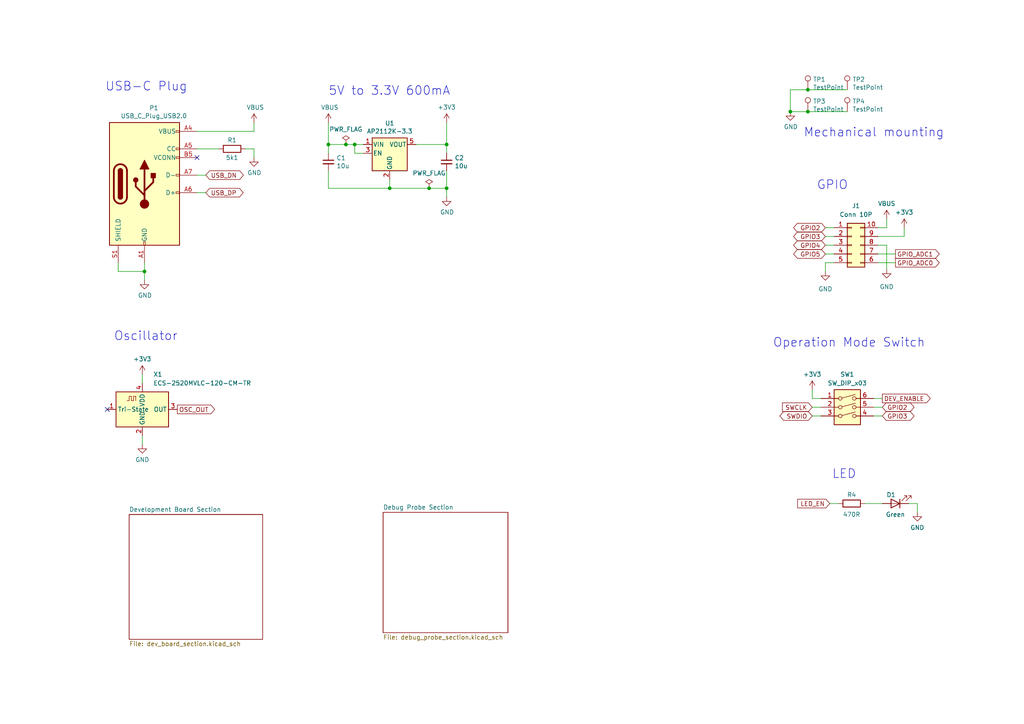
<source format=kicad_sch>
(kicad_sch (version 20230121) (generator eeschema)
  (paper "A4")
  (title_block (title "RP2040 Development Expansion Card") (date "2024-04-01") (rev "0.1") (company "Florian Beck") (comment 1 "This work is licensed under a Creative Commons Attribution 4.0 International License") (comment 2 "Based on Framework expansion card reference design (CC-BY)") (comment 4 "https://frame.work"))
  (lib_symbols
    (symbol "Connector:TestPoint" (pin_numbers hide) (pin_names (offset 0.762) hide)
      (property "Reference" "TP" (at 0 6.858 0))
      (property "Value" "TestPoint" (at 0 5.08 0))
      (symbol "TestPoint_0_1"
        (circle (center 0 3.302) (radius 0.762))
      )
      (symbol "TestPoint_1_1"
        (pin passive line (at 0 0 90) (length 2.54) (name "1") (number "1"))
      )
    )
    (symbol "Connector:USB_C_Plug_USB2.0" (pin_names (offset 1.016))
      (property "Reference" "P" (at -10.16 19.05 0))
      (property "Value" "USB_C_Plug_USB2.0" (at 12.7 19.05 0))
      (symbol "USB_C_Plug_USB2.0_0_0"
        (rectangle (start -0.254 -17.78) (end 0.254 -16.764))
        (rectangle (start 10.16 -2.286) (end 9.144 -2.794))
        (rectangle (start 10.16 2.794) (end 9.144 2.286))
        (rectangle (start 10.16 7.874) (end 9.144 7.366))
        (rectangle (start 10.16 10.414) (end 9.144 9.906))
        (rectangle (start 10.16 15.494) (end 9.144 14.986))
      )
      (symbol "USB_C_Plug_USB2.0_0_1"
        (rectangle (start -10.16 17.78) (end 10.16 -17.78) (stroke (width 0.254)) (fill (type background)))
        (arc (start -8.89 -3.81) (mid -6.985 -5.7067) (end -5.08 -3.81) (stroke (width 0.508)))
        (arc (start -7.62 -3.81) (mid -6.985 -4.4423) (end -6.35 -3.81) (stroke (width 0.254)))
        (arc (start -7.62 -3.81) (mid -6.985 -4.4423) (end -6.35 -3.81) (stroke (width 0.254)) (fill (type outline)))
        (rectangle (start -7.62 -3.81) (end -6.35 3.81) (stroke (width 0.254)) (fill (type outline)))
        (arc (start -6.35 3.81) (mid -6.985 4.4423) (end -7.62 3.81) (stroke (width 0.254)))
        (arc (start -6.35 3.81) (mid -6.985 4.4423) (end -7.62 3.81) (stroke (width 0.254)) (fill (type outline)))
        (arc (start -5.08 3.81) (mid -6.985 5.7067) (end -8.89 3.81) (stroke (width 0.508)))
        (circle (center -2.54 1.143) (radius 0.635) (stroke (width 0.254)) (fill (type outline)))
        (circle (center 0 -5.842) (radius 1.27) (fill (type outline)))
        (polyline (pts (xy -8.89 -3.81) (xy -8.89 3.81)) (stroke (width 0.508)))
        (polyline (pts (xy -5.08 3.81) (xy -5.08 -3.81)) (stroke (width 0.508)))
        (polyline (pts (xy 0 -5.842) (xy 0 4.318)) (stroke (width 0.508)))
        (polyline (pts (xy 0 -3.302) (xy -2.54 -0.762) (xy -2.54 0.508)) (stroke (width 0.508)))
        (polyline (pts (xy 0 -2.032) (xy 2.54 0.508) (xy 2.54 1.778)) (stroke (width 0.508)))
        (polyline (pts (xy -1.27 4.318) (xy 0 6.858) (xy 1.27 4.318) (xy -1.27 4.318)) (stroke (width 0.254)) (fill (type outline)))
        (rectangle (start 1.905 1.778) (end 3.175 3.048) (stroke (width 0.254)) (fill (type outline)))
      )
      (symbol "USB_C_Plug_USB2.0_1_1"
        (pin passive line (at 0 -22.86 90) (length 5.08) (name "GND") (number "A1"))
        (pin passive line (at 0 -22.86 90) (length 5.08) hide (name "GND") (number "A12"))
        (pin passive line (at 15.24 15.24 180) (length 5.08) (name "VBUS") (number "A4"))
        (pin bidirectional line (at 15.24 10.16 180) (length 5.08) (name "CC") (number "A5"))
        (pin bidirectional line (at 15.24 -2.54 180) (length 5.08) (name "D+") (number "A6"))
        (pin bidirectional line (at 15.24 2.54 180) (length 5.08) (name "D-") (number "A7"))
        (pin passive line (at 15.24 15.24 180) (length 5.08) hide (name "VBUS") (number "A9"))
        (pin passive line (at 0 -22.86 90) (length 5.08) hide (name "GND") (number "B1"))
        (pin passive line (at 0 -22.86 90) (length 5.08) hide (name "GND") (number "B12"))
        (pin passive line (at 15.24 15.24 180) (length 5.08) hide (name "VBUS") (number "B4"))
        (pin bidirectional line (at 15.24 7.62 180) (length 5.08) (name "VCONN") (number "B5"))
        (pin passive line (at 15.24 15.24 180) (length 5.08) hide (name "VBUS") (number "B9"))
        (pin passive line (at -7.62 -22.86 90) (length 5.08) (name "SHIELD") (number "S1"))
      )
    )
    (symbol "Connector_Generic:Conn_02x05_Counter_Clockwise" (pin_names (offset 1.016) hide)
      (property "Reference" "J" (at 1.27 7.62 0))
      (property "Value" "Conn_02x05_Counter_Clockwise" (at 1.27 -7.62 0))
      (symbol "Conn_02x05_Counter_Clockwise_1_1"
        (rectangle (start -1.27 -4.953) (end 0 -5.207) (stroke (width 0.1524)))
        (rectangle (start -1.27 -2.413) (end 0 -2.667) (stroke (width 0.1524)))
        (rectangle (start -1.27 0.127) (end 0 -0.127) (stroke (width 0.1524)))
        (rectangle (start -1.27 2.667) (end 0 2.413) (stroke (width 0.1524)))
        (rectangle (start -1.27 5.207) (end 0 4.953) (stroke (width 0.1524)))
        (rectangle (start -1.27 6.35) (end 3.81 -6.35) (stroke (width 0.254)) (fill (type background)))
        (rectangle (start 3.81 -4.953) (end 2.54 -5.207) (stroke (width 0.1524)))
        (rectangle (start 3.81 -2.413) (end 2.54 -2.667) (stroke (width 0.1524)))
        (rectangle (start 3.81 0.127) (end 2.54 -0.127) (stroke (width 0.1524)))
        (rectangle (start 3.81 2.667) (end 2.54 2.413) (stroke (width 0.1524)))
        (rectangle (start 3.81 5.207) (end 2.54 4.953) (stroke (width 0.1524)))
        (pin passive line (at -5.08 5.08 0) (length 3.81) (name "Pin_1") (number "1"))
        (pin passive line (at 7.62 5.08 180) (length 3.81) (name "Pin_10") (number "10"))
        (pin passive line (at -5.08 2.54 0) (length 3.81) (name "Pin_2") (number "2"))
        (pin passive line (at -5.08 0 0) (length 3.81) (name "Pin_3") (number "3"))
        (pin passive line (at -5.08 -2.54 0) (length 3.81) (name "Pin_4") (number "4"))
        (pin passive line (at -5.08 -5.08 0) (length 3.81) (name "Pin_5") (number "5"))
        (pin passive line (at 7.62 -5.08 180) (length 3.81) (name "Pin_6") (number "6"))
        (pin passive line (at 7.62 -2.54 180) (length 3.81) (name "Pin_7") (number "7"))
        (pin passive line (at 7.62 0 180) (length 3.81) (name "Pin_8") (number "8"))
        (pin passive line (at 7.62 2.54 180) (length 3.81) (name "Pin_9") (number "9"))
      )
    )
    (symbol "Device:C_Small" (pin_numbers hide) (pin_names (offset 0.254) hide)
      (property "Reference" "C" (at 0.254 1.778 0))
      (property "Value" "C_Small" (at 0.254 -2.032 0))
      (symbol "C_Small_0_1"
        (polyline (pts (xy -1.524 -0.508) (xy 1.524 -0.508)) (stroke (width 0.3302)))
        (polyline (pts (xy -1.524 0.508) (xy 1.524 0.508)) (stroke (width 0.3048)))
      )
      (symbol "C_Small_1_1"
        (pin passive line (at 0 2.54 270) (length 2.032) (name "~") (number "1"))
        (pin passive line (at 0 -2.54 90) (length 2.032) (name "~") (number "2"))
      )
    )
    (symbol "Device:LED" (pin_numbers hide) (pin_names (offset 1.016) hide)
      (property "Reference" "D" (at 0 2.54 0))
      (property "Value" "LED" (at 0 -2.54 0))
      (symbol "LED_0_1"
        (polyline (pts (xy -1.27 -1.27) (xy -1.27 1.27)) (stroke (width 0.254)))
        (polyline (pts (xy -1.27 0) (xy 1.27 0)))
        (polyline (pts (xy 1.27 -1.27) (xy 1.27 1.27) (xy -1.27 0) (xy 1.27 -1.27)) (stroke (width 0.254)))
        (polyline (pts (xy -3.048 -0.762) (xy -4.572 -2.286) (xy -3.81 -2.286) (xy -4.572 -2.286) (xy -4.572 -1.524)))
        (polyline (pts (xy -1.778 -0.762) (xy -3.302 -2.286) (xy -2.54 -2.286) (xy -3.302 -2.286) (xy -3.302 -1.524)))
      )
      (symbol "LED_1_1"
        (pin passive line (at -3.81 0 0) (length 2.54) (name "K") (number "1"))
        (pin passive line (at 3.81 0 180) (length 2.54) (name "A") (number "2"))
      )
    )
    (symbol "Device:R" (pin_numbers hide) (pin_names (offset 0))
      (property "Reference" "R" (at 2.032 0 90))
      (property "Value" "R" (at 0 0 90))
      (symbol "R_0_1"
        (rectangle (start -1.016 -2.54) (end 1.016 2.54) (stroke (width 0.254)))
      )
      (symbol "R_1_1"
        (pin passive line (at 0 3.81 270) (length 1.27) (name "~") (number "1"))
        (pin passive line (at 0 -3.81 90) (length 1.27) (name "~") (number "2"))
      )
    )
    (symbol "Oscillator:ECS-2520MV-xxx-xx"
      (property "Reference" "X" (at -5.08 6.35 0))
      (property "Value" "ECS-2520MV-xxx-xx" (at 1.27 -6.35 0))
      (symbol "ECS-2520MV-xxx-xx_0_1"
        (rectangle (start -7.62 5.08) (end 7.62 -5.08) (stroke (width 0.254)) (fill (type background)))
        (polyline (pts (xy -4.445 2.54) (xy -3.81 2.54) (xy -3.81 3.81) (xy -3.175 3.81) (xy -3.175 2.54) (xy -2.54 2.54) (xy -2.54 3.81) (xy -1.905 3.81) (xy -1.905 2.54)))
      )
      (symbol "ECS-2520MV-xxx-xx_1_1"
        (pin input line (at -10.16 0 0) (length 2.54) (name "Tri-State") (number "1"))
        (pin power_in line (at 0 -7.62 90) (length 2.54) (name "GND") (number "2"))
        (pin output line (at 10.16 0 180) (length 2.54) (name "OUT") (number "3"))
        (pin power_in line (at 0 7.62 270) (length 2.54) (name "VDD") (number "4"))
      )
    )
    (symbol "Regulator_Linear:AP2112K-3.3" (pin_names (offset 0.254))
      (property "Reference" "U" (at -5.08 5.715 0))
      (property "Value" "AP2112K-3.3" (at 0 5.715 0))
      (symbol "AP2112K-3.3_0_1"
        (rectangle (start -5.08 4.445) (end 5.08 -5.08) (stroke (width 0.254)) (fill (type background)))
      )
      (symbol "AP2112K-3.3_1_1"
        (pin power_in line (at -7.62 2.54 0) (length 2.54) (name "VIN") (number "1"))
        (pin power_in line (at 0 -7.62 90) (length 2.54) (name "GND") (number "2"))
        (pin input line (at -7.62 0 0) (length 2.54) (name "EN") (number "3"))
        (pin no_connect line (at 5.08 0 180) (length 2.54) hide (name "NC") (number "4"))
        (pin power_out line (at 7.62 2.54 180) (length 2.54) (name "VOUT") (number "5"))
      )
    )
    (symbol "Switch:SW_DIP_x03" (pin_names (offset 0) hide)
      (property "Reference" "SW" (at 0 8.89 0))
      (property "Value" "SW_DIP_x03" (at 0 -3.81 0))
      (symbol "SW_DIP_x03_0_0"
        (circle (center -2.032 0) (radius 0.508))
        (circle (center -2.032 2.54) (radius 0.508))
        (circle (center -2.032 5.08) (radius 0.508))
        (polyline (pts (xy -1.524 0.127) (xy 2.3622 1.1684)))
        (polyline (pts (xy -1.524 2.667) (xy 2.3622 3.7084)))
        (polyline (pts (xy -1.524 5.207) (xy 2.3622 6.2484)))
        (circle (center 2.032 0) (radius 0.508))
        (circle (center 2.032 2.54) (radius 0.508))
        (circle (center 2.032 5.08) (radius 0.508))
      )
      (symbol "SW_DIP_x03_0_1"
        (rectangle (start -3.81 7.62) (end 3.81 -2.54) (stroke (width 0.254)) (fill (type background)))
      )
      (symbol "SW_DIP_x03_1_1"
        (pin passive line (at -7.62 5.08 0) (length 5.08) (name "~") (number "1"))
        (pin passive line (at -7.62 2.54 0) (length 5.08) (name "~") (number "2"))
        (pin passive line (at -7.62 0 0) (length 5.08) (name "~") (number "3"))
        (pin passive line (at 7.62 0 180) (length 5.08) (name "~") (number "4"))
        (pin passive line (at 7.62 2.54 180) (length 5.08) (name "~") (number "5"))
        (pin passive line (at 7.62 5.08 180) (length 5.08) (name "~") (number "6"))
      )
    )
    (symbol "power:+3V3" (power) (pin_names (offset 0))
      (property "Value" "+3V3" (at 0 3.556 0))
      (symbol "+3V3_0_1"
        (polyline (pts (xy -0.762 1.27) (xy 0 2.54)))
        (polyline (pts (xy 0 0) (xy 0 2.54)))
        (polyline (pts (xy 0 2.54) (xy 0.762 1.27)))
      )
      (symbol "+3V3_1_1"
        (pin power_in line (at 0 0 90) (length 0) hide (name "+3V3") (number "1"))
      )
    )
    (symbol "power:GND" (power) (pin_names (offset 0))
      (property "Value" "GND" (at 0 -3.81 0))
      (symbol "GND_0_1"
        (polyline (pts (xy 0 0) (xy 0 -1.27) (xy 1.27 -1.27) (xy 0 -2.54) (xy -1.27 -1.27) (xy 0 -1.27)))
      )
      (symbol "GND_1_1"
        (pin power_in line (at 0 0 270) (length 0) hide (name "GND") (number "1"))
      )
    )
    (symbol "power:PWR_FLAG" (power) (pin_numbers hide) (pin_names (offset 0) hide)
      (property "Value" "PWR_FLAG" (at 0 3.81 0))
      (symbol "PWR_FLAG_0_0"
        (pin power_out line (at 0 0 90) (length 0) (name "pwr") (number "1"))
      )
      (symbol "PWR_FLAG_0_1"
        (polyline (pts (xy 0 0) (xy 0 1.27) (xy -1.016 1.905) (xy 0 2.54) (xy 1.016 1.905) (xy 0 1.27)))
      )
    )
    (symbol "power:VBUS" (power) (pin_names (offset 0))
      (property "Value" "VBUS" (at 0 3.81 0))
      (symbol "VBUS_0_1"
        (polyline (pts (xy -0.762 1.27) (xy 0 2.54)))
        (polyline (pts (xy 0 0) (xy 0 2.54)))
        (polyline (pts (xy 0 2.54) (xy 0.762 1.27)))
      )
      (symbol "VBUS_1_1"
        (pin power_in line (at 0 0 90) (length 0) hide (name "VBUS") (number "1"))
      )
    )
  )
  (junction (at 234.315 32.385))
  (junction (at 95.25 41.91))
  (junction (at 229.235 32.385))
  (junction (at 102.87 41.91))
  (junction (at 234.315 26.035))
  (junction (at 129.54 41.91))
  (junction (at 129.54 54.61))
  (junction (at 41.91 78.74))
  (junction (at 124.46 54.61))
  (junction (at 100.33 41.91))
  (junction (at 113.03 54.61))
  (no_connect (at 57.15 45.72))
  (no_connect (at 31.115 118.745))
  (wire (pts (xy 250.825 146.05) (xy 255.905 146.05)))
  (wire (pts (xy 105.41 44.45) (xy 102.87 44.45)))
  (wire (pts (xy 241.935 71.12) (xy 239.395 71.12)))
  (wire (pts (xy 129.54 54.61) (xy 129.54 57.15)))
  (wire (pts (xy 113.03 52.07) (xy 113.03 54.61)))
  (wire (pts (xy 235.585 118.11) (xy 238.125 118.11)))
  (wire (pts (xy 262.255 66.04) (xy 262.255 68.58)))
  (wire (pts (xy 266.065 148.59) (xy 266.065 146.05)))
  (wire (pts (xy 255.905 115.57) (xy 253.365 115.57)))
  (wire (pts (xy 241.935 66.04) (xy 239.395 66.04)))
  (wire (pts (xy 254.635 76.2) (xy 259.715 76.2)))
  (wire (pts (xy 120.65 41.91) (xy 129.54 41.91)))
  (wire (pts (xy 95.25 54.61) (xy 113.03 54.61)))
  (wire (pts (xy 266.065 146.05) (xy 263.525 146.05)))
  (wire (pts (xy 57.15 43.18) (xy 63.5 43.18)))
  (wire (pts (xy 240.665 146.05) (xy 243.205 146.05)))
  (wire (pts (xy 262.255 68.58) (xy 254.635 68.58)))
  (wire (pts (xy 253.365 120.65) (xy 255.905 120.65)))
  (wire (pts (xy 239.395 78.74) (xy 239.395 76.2)))
  (wire (pts (xy 34.29 78.74) (xy 41.91 78.74)))
  (wire (pts (xy 245.745 32.385) (xy 234.315 32.385)))
  (wire (pts (xy 73.66 38.1) (xy 73.66 35.56)))
  (wire (pts (xy 34.29 76.2) (xy 34.29 78.74)))
  (wire (pts (xy 113.03 54.61) (xy 124.46 54.61)))
  (wire (pts (xy 253.365 118.11) (xy 255.905 118.11)))
  (wire (pts (xy 235.585 115.57) (xy 238.125 115.57)))
  (wire (pts (xy 71.12 43.18) (xy 73.66 43.18)))
  (wire (pts (xy 41.275 108.585) (xy 41.275 111.125)))
  (wire (pts (xy 129.54 35.56) (xy 129.54 41.91)))
  (wire (pts (xy 41.91 81.28) (xy 41.91 78.74)))
  (wire (pts (xy 95.25 49.53) (xy 95.25 54.61)))
  (wire (pts (xy 129.54 44.45) (xy 129.54 41.91)))
  (wire (pts (xy 234.315 26.035) (xy 229.235 26.035)))
  (wire (pts (xy 229.235 26.035) (xy 229.235 32.385)))
  (wire (pts (xy 241.935 68.58) (xy 239.395 68.58)))
  (wire (pts (xy 254.635 73.66) (xy 259.715 73.66)))
  (wire (pts (xy 95.25 35.56) (xy 95.25 41.91)))
  (wire (pts (xy 95.25 41.91) (xy 100.33 41.91)))
  (wire (pts (xy 257.175 66.04) (xy 254.635 66.04)))
  (wire (pts (xy 235.585 120.65) (xy 238.125 120.65)))
  (wire (pts (xy 124.46 54.61) (xy 129.54 54.61)))
  (wire (pts (xy 245.745 26.035) (xy 234.315 26.035)))
  (wire (pts (xy 234.315 32.385) (xy 229.235 32.385)))
  (wire (pts (xy 257.175 78.105) (xy 257.175 71.12)))
  (wire (pts (xy 57.15 55.88) (xy 59.69 55.88)))
  (wire (pts (xy 241.935 73.66) (xy 239.395 73.66)))
  (wire (pts (xy 239.395 76.2) (xy 241.935 76.2)))
  (wire (pts (xy 57.15 50.8) (xy 59.69 50.8)))
  (wire (pts (xy 102.87 44.45) (xy 102.87 41.91)))
  (wire (pts (xy 41.275 126.365) (xy 41.275 128.905)))
  (wire (pts (xy 41.91 78.74) (xy 41.91 76.2)))
  (wire (pts (xy 257.175 63.5) (xy 257.175 66.04)))
  (wire (pts (xy 129.54 49.53) (xy 129.54 54.61)))
  (wire (pts (xy 95.25 44.45) (xy 95.25 41.91)))
  (wire (pts (xy 73.66 43.18) (xy 73.66 45.72)))
  (wire (pts (xy 235.585 113.03) (xy 235.585 115.57)))
  (wire (pts (xy 57.15 38.1) (xy 73.66 38.1)))
  (wire (pts (xy 257.175 71.12) (xy 254.635 71.12)))
  (wire (pts (xy 102.87 41.91) (xy 105.41 41.91)))
  (wire (pts (xy 100.33 41.91) (xy 102.87 41.91)))
  (text "Oscillator" (at 33.02 99.06 0) (effects (font (size 2.54 2.54)) (justify left bottom)))
  (text "5V to 3.3V 600mA" (at 95.25 27.94 0) (effects (font (size 2.54 2.54)) (justify left bottom)))
  (text "Operation Mode Switch" (at 224.155 100.965 0) (effects (font (size 2.54 2.54)) (justify left bottom)))
  (text "Mechanical mounting" (at 233.045 40.005 0) (effects (font (size 2.54 2.54)) (justify left bottom)))
  (text "LED" (at 241.3 139.065 0) (effects (font (size 2.54 2.54)) (justify left bottom)))
  (text "USB-C Plug" (at 30.48 26.67 0) (effects (font (size 2.54 2.54)) (justify left bottom)))
  (text "GPIO" (at 236.855 55.245 0) (effects (font (size 2.54 2.54)) (justify left bottom)))
  (global_label "SWCLK" (shape input) (at 235.585 118.11 180) (property "Intersheetrefs" "${INTERSHEET_REFS}" (effects hide)))
  (global_label "GPIO2" (shape tri_state) (at 255.905 118.11 0) (property "Intersheetrefs" "${INTERSHEET_REFS}" (effects hide)))
  (global_label "USB_DP" (shape bidirectional) (at 59.69 55.88 0) (property "Intersheetrefs" "${INTERSHEET_REFS}" (effects hide)))
  (global_label "GPIO_ADC1" (shape output) (at 259.715 73.66 0) (property "Intersheetrefs" "${INTERSHEET_REFS}" (effects hide)))
  (global_label "OSC_OUT" (shape output) (at 51.435 118.745 0) (property "Intersheetrefs" "${INTERSHEET_REFS}" (effects hide)))
  (global_label "DEV_ENABLE" (shape output) (at 255.905 115.57 0) (property "Intersheetrefs" "${INTERSHEET_REFS}" (effects hide)))
  (global_label "SWDIO" (shape bidirectional) (at 235.585 120.65 180) (property "Intersheetrefs" "${INTERSHEET_REFS}" (effects hide)))
  (global_label "USB_DN" (shape bidirectional) (at 59.69 50.8 0) (property "Intersheetrefs" "${INTERSHEET_REFS}" (effects hide)))
  (global_label "LED_EN" (shape input) (at 240.665 146.05 180) (property "Intersheetrefs" "${INTERSHEET_REFS}" (effects hide)))
  (global_label "GPIO4" (shape tri_state) (at 239.395 71.12 180) (property "Intersheetrefs" "${INTERSHEET_REFS}" (effects hide)))
  (global_label "GPIO3" (shape tri_state) (at 239.395 68.58 180) (property "Intersheetrefs" "${INTERSHEET_REFS}" (effects hide)))
  (global_label "GPIO2" (shape tri_state) (at 239.395 66.04 180) (property "Intersheetrefs" "${INTERSHEET_REFS}" (effects hide)))
  (global_label "GPIO5" (shape tri_state) (at 239.395 73.66 180) (property "Intersheetrefs" "${INTERSHEET_REFS}" (effects hide)))
  (global_label "GPIO3" (shape tri_state) (at 255.905 120.65 0) (property "Intersheetrefs" "${INTERSHEET_REFS}" (effects hide)))
  (global_label "GPIO_ADC0" (shape output) (at 259.715 76.2 0) (property "Intersheetrefs" "${INTERSHEET_REFS}" (effects hide)))
  (symbol (lib_id "Regulator_Linear:AP2112K-3.3") (at 113.03 44.45 0) (unit 1)
    (property "Reference" "U1" (at 113.03 35.7632 0))
    (property "Value" "AP2112K-3.3" (at 113.03 38.0746 0))
    (property "Footprint" "Package_TO_SOT_SMD:SOT-23-5" (effects hide))
    (property "Datasheet" "https://www.diodes.com/assets/Datasheets/AP2112.pdf" (effects hide))
  )
  (symbol (lib_id "Device:C_Small") (at 95.25 46.99 0) (unit 1)
    (property "Reference" "C1" (at 97.5868 45.8216 0) (effects (justify left)))
    (property "Value" "10u" (at 97.5868 48.133 0) (effects (justify left)))
    (property "Footprint" "Capacitor_SMD:C_0603_1608Metric" (effects hide))
  )
  (symbol (lib_id "Device:C_Small") (at 129.54 46.99 0) (unit 1)
    (property "Reference" "C2" (at 131.8768 45.8216 0) (effects (justify left)))
    (property "Value" "10u" (at 131.8768 48.133 0) (effects (justify left)))
    (property "Footprint" "Capacitor_SMD:C_0603_1608Metric" (effects hide))
  )
  (symbol (lib_id "power:GND") (at 129.54 57.15 0) (unit 1)
    (property "Reference" "#PWR06" (effects hide))
    (property "Value" "GND" (at 129.667 61.5442 0))
  )
  (symbol (lib_id "power:VBUS") (at 95.25 35.56 0) (unit 1)
    (property "Reference" "#PWR04" (effects hide))
    (property "Value" "VBUS" (at 95.631 31.1658 0))
  )
  (symbol (lib_id "Connector:USB_C_Plug_USB2.0") (at 41.91 53.34 0) (unit 1)
    (property "Reference" "P1" (at 44.6278 31.3182 0))
    (property "Value" "USB_C_Plug_USB2.0" (at 44.6278 33.6296 0))
    (property "Footprint" "Expansion_Card:USB_C_Plug_Molex_105444" (effects hide))
    (property "Datasheet" "https://www.usb.org/sites/default/files/documents/usb_type-c.zip" (effects hide))
  )
  (symbol (lib_id "power:GND") (at 41.91 81.28 0) (unit 1)
    (property "Reference" "#PWR01" (effects hide))
    (property "Value" "GND" (at 42.037 85.6742 0))
  )
  (symbol (lib_id "power:GND") (at 73.66 45.72 0) (unit 1)
    (property "Reference" "#PWR03" (effects hide))
    (property "Value" "GND" (at 73.787 50.1142 0))
  )
  (symbol (lib_id "power:VBUS") (at 73.66 35.56 0) (unit 1)
    (property "Reference" "#PWR02" (effects hide))
    (property "Value" "VBUS" (at 74.041 31.1658 0))
  )
  (symbol (lib_id "power:PWR_FLAG") (at 100.33 41.91 0) (unit 1)
    (property "Reference" "#FLG01" (effects hide))
    (property "Value" "PWR_FLAG" (at 100.33 37.5158 0))
  )
  (symbol (lib_id "power:PWR_FLAG") (at 124.46 54.61 0) (unit 1)
    (property "Reference" "#FLG02" (effects hide))
    (property "Value" "PWR_FLAG" (at 124.46 50.2158 0))
  )
  (symbol (lib_id "Connector:TestPoint") (at 245.745 26.035 0) (unit 1)
    (property "Reference" "TP2" (at 247.2182 23.0378 0) (effects (justify left)))
    (property "Value" "TestPoint" (at 247.2182 25.3492 0) (effects (justify left)))
    (property "Footprint" "TestPoint:TestPoint_Pad_1.5x1.5mm" (effects hide))
  )
  (symbol (lib_id "Connector:TestPoint") (at 234.315 26.035 0) (unit 1)
    (property "Reference" "TP1" (at 235.7882 23.0378 0) (effects (justify left)))
    (property "Value" "TestPoint" (at 235.7882 25.3492 0) (effects (justify left)))
    (property "Footprint" "TestPoint:TestPoint_Pad_1.5x1.5mm" (effects hide))
  )
  (symbol (lib_id "Connector:TestPoint") (at 234.315 32.385 0) (unit 1)
    (property "Reference" "TP3" (at 235.7882 29.3878 0) (effects (justify left)))
    (property "Value" "TestPoint" (at 235.7882 31.6992 0) (effects (justify left)))
    (property "Footprint" "TestPoint:TestPoint_Pad_1.5x1.5mm" (effects hide))
  )
  (symbol (lib_id "Connector:TestPoint") (at 245.745 32.385 0) (unit 1)
    (property "Reference" "TP4" (at 247.2182 29.3878 0) (effects (justify left)))
    (property "Value" "TestPoint" (at 247.2182 31.6992 0) (effects (justify left)))
    (property "Footprint" "TestPoint:TestPoint_Pad_1.5x1.5mm" (effects hide))
  )
  (symbol (lib_id "power:GND") (at 229.235 32.385 0) (unit 1)
    (property "Reference" "#PWR0101" (effects hide))
    (property "Value" "GND" (at 229.362 36.7792 0))
  )
  (symbol (lib_id "power:+3V3") (at 129.54 35.56 0) (unit 1)
    (property "Reference" "#PWR023" (effects hide))
    (property "Value" "+3V3" (at 129.54 31.115 0))
  )
  (symbol (lib_id "Connector_Generic:Conn_02x05_Counter_Clockwise") (at 247.015 71.12 0) (unit 1)
    (property "Reference" "J1" (at 248.285 59.69 0))
    (property "Value" "Conn 10P" (at 248.285 62.23 0))
    (property "Footprint" "Connector_PinSocket_2.54mm:PinSocket_2x05_P2.54mm_Horizontal" (effects hide))
  )
  (symbol (lib_id "power:GND") (at 257.175 78.105 0) (mirror y) (unit 1)
    (property "Reference" "#PWR026" (effects hide))
    (property "Value" "GND" (at 257.175 83.185 0))
  )
  (symbol (lib_id "power:GND") (at 239.395 78.74 0) (mirror y) (unit 1)
    (property "Reference" "#PWR025" (effects hide))
    (property "Value" "GND" (at 239.395 83.82 0))
  )
  (symbol (lib_id "Switch:SW_DIP_x03") (at 245.745 120.65 0) (unit 1)
    (property "Reference" "SW1" (at 245.745 108.585 0))
    (property "Value" "SW_DIP_x03" (at 245.745 111.125 0))
  )
  (symbol (lib_id "power:+3V3") (at 41.275 108.585 0) (unit 1)
    (property "Reference" "#PWR046" (effects hide))
    (property "Value" "+3V3" (at 41.275 104.14 0))
  )
  (symbol (lib_id "power:+3V3") (at 235.585 113.03 0) (unit 1)
    (property "Reference" "#PWR014" (effects hide))
    (property "Value" "+3V3" (at 235.585 108.585 0))
  )
  (symbol (lib_id "Oscillator:ECS-2520MV-xxx-xx") (at 41.275 118.745 0) (unit 1)
    (property "Reference" "X1" (at 44.45 108.585 0) (effects (justify left)))
    (property "Value" "ECS-2520MVLC-120-CM-TR" (at 44.45 111.125 0) (effects (justify left)))
    (property "Footprint" "Oscillator:Oscillator_SMD_ECS_2520MV-xxx-xx-4Pin_2.5x2.0mm" (effects hide))
    (property "Datasheet" "https://www.ecsxtal.com/store/pdf/ECS-2520MV.pdf" (effects hide))
  )
  (symbol (lib_id "Device:R") (at 67.31 43.18 90) (unit 1)
    (property "Reference" "R1" (at 67.31 40.64 90))
    (property "Value" "5k1" (at 67.31 45.72 90))
    (property "Footprint" "Resistor_SMD:R_0402_1005Metric" (effects hide))
  )
  (symbol (lib_id "power:GND") (at 266.065 148.59 0) (unit 1)
    (property "Reference" "#PWR07" (effects hide))
    (property "Value" "GND" (at 266.065 153.035 0))
  )
  (symbol (lib_id "power:VBUS") (at 257.175 63.5 0) (unit 1)
    (property "Reference" "#PWR05" (effects hide))
    (property "Value" "VBUS" (at 257.175 59.055 0))
  )
  (symbol (lib_id "power:+3V3") (at 262.255 66.04 0) (unit 1)
    (property "Reference" "#PWR024" (effects hide))
    (property "Value" "+3V3" (at 262.255 61.595 0))
  )
  (symbol (lib_id "Device:R") (at 247.015 146.05 90) (unit 1)
    (property "Reference" "R4" (at 247.015 143.51 90))
    (property "Value" "470R" (at 247.015 149.225 90))
    (property "Footprint" "Resistor_SMD:R_0402_1005Metric" (effects hide))
  )
  (symbol (lib_id "Device:LED") (at 259.715 146.05 180) (unit 1)
    (property "Reference" "D1" (at 258.445 143.51 0))
    (property "Value" "Green" (at 259.715 149.225 0))
    (property "Footprint" "LED_SMD:LED_0402_1005Metric" (effects hide))
  )
  (symbol (lib_id "power:GND") (at 41.275 128.905 0) (unit 1)
    (property "Reference" "#PWR047" (effects hide))
    (property "Value" "GND" (at 41.275 133.35 0))
  )
  (sheet (at 111.125 148.59) (size 36.195 34.925) (stroke (width 0.1524))
    (property "Sheetname" "Debug Probe Section" (at 111.125 147.8784 0) (effects (justify left bottom)))
    (property "Sheetfile" "debug_probe_section.kicad_sch" (at 111.125 184.0996 0) (effects (justify left top)))
  )
  (sheet (at 37.465 149.225) (size 38.735 36.195) (stroke (width 0.1524))
    (property "Sheetname" "Development Board Section" (at 37.465 148.5134 0) (effects (justify left bottom)))
    (property "Sheetfile" "dev_board_section.kicad_sch" (at 37.465 186.0046 0) (effects (justify left top)))
  )
)
</source>
